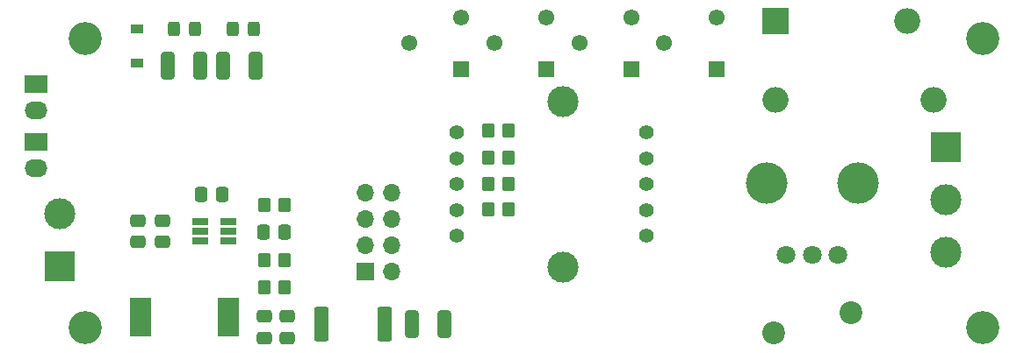
<source format=gbs>
G04 #@! TF.GenerationSoftware,KiCad,Pcbnew,(6.0.9)*
G04 #@! TF.CreationDate,2022-11-14T17:10:28+01:00*
G04 #@! TF.ProjectId,HeaterPSU,48656174-6572-4505-9355-2e6b69636164,rev?*
G04 #@! TF.SameCoordinates,Original*
G04 #@! TF.FileFunction,Soldermask,Bot*
G04 #@! TF.FilePolarity,Negative*
%FSLAX46Y46*%
G04 Gerber Fmt 4.6, Leading zero omitted, Abs format (unit mm)*
G04 Created by KiCad (PCBNEW (6.0.9)) date 2022-11-14 17:10:28*
%MOMM*%
%LPD*%
G01*
G04 APERTURE LIST*
G04 Aperture macros list*
%AMRoundRect*
0 Rectangle with rounded corners*
0 $1 Rounding radius*
0 $2 $3 $4 $5 $6 $7 $8 $9 X,Y pos of 4 corners*
0 Add a 4 corners polygon primitive as box body*
4,1,4,$2,$3,$4,$5,$6,$7,$8,$9,$2,$3,0*
0 Add four circle primitives for the rounded corners*
1,1,$1+$1,$2,$3*
1,1,$1+$1,$4,$5*
1,1,$1+$1,$6,$7*
1,1,$1+$1,$8,$9*
0 Add four rect primitives between the rounded corners*
20,1,$1+$1,$2,$3,$4,$5,0*
20,1,$1+$1,$4,$5,$6,$7,0*
20,1,$1+$1,$6,$7,$8,$9,0*
20,1,$1+$1,$8,$9,$2,$3,0*%
G04 Aperture macros list end*
%ADD10RoundRect,0.250000X-0.400000X-1.075000X0.400000X-1.075000X0.400000X1.075000X-0.400000X1.075000X0*%
%ADD11C,2.200000*%
%ADD12C,3.200000*%
%ADD13C,4.000000*%
%ADD14C,1.800000*%
%ADD15R,1.700000X1.700000*%
%ADD16O,1.700000X1.700000*%
%ADD17C,3.000000*%
%ADD18C,1.400000*%
%ADD19R,2.500000X2.500000*%
%ADD20O,2.500000X2.500000*%
%ADD21R,1.550000X1.550000*%
%ADD22C,1.550000*%
%ADD23RoundRect,0.250000X-0.350000X-0.450000X0.350000X-0.450000X0.350000X0.450000X-0.350000X0.450000X0*%
%ADD24R,2.000000X3.800000*%
%ADD25RoundRect,0.250000X-0.325000X-0.450000X0.325000X-0.450000X0.325000X0.450000X-0.325000X0.450000X0*%
%ADD26RoundRect,0.250000X0.400000X1.075000X-0.400000X1.075000X-0.400000X-1.075000X0.400000X-1.075000X0*%
%ADD27RoundRect,0.250000X-0.337500X-0.475000X0.337500X-0.475000X0.337500X0.475000X-0.337500X0.475000X0*%
%ADD28RoundRect,0.250000X0.475000X-0.337500X0.475000X0.337500X-0.475000X0.337500X-0.475000X-0.337500X0*%
%ADD29R,3.000000X3.000000*%
%ADD30O,2.200000X1.700000*%
%ADD31R,2.200000X1.700000*%
%ADD32R,1.560000X0.650000*%
%ADD33R,1.200000X0.900000*%
%ADD34RoundRect,0.249999X-0.450001X-1.425001X0.450001X-1.425001X0.450001X1.425001X-0.450001X1.425001X0*%
%ADD35RoundRect,0.250000X0.350000X0.450000X-0.350000X0.450000X-0.350000X-0.450000X0.350000X-0.450000X0*%
G04 APERTURE END LIST*
D10*
X96450000Y-76100000D03*
X99550000Y-76100000D03*
D11*
X131300000Y-77000000D03*
X138800000Y-75000000D03*
D12*
X151500000Y-48500000D03*
X65000000Y-76500000D03*
D13*
X130650000Y-62450000D03*
X139450000Y-62450000D03*
D14*
X137550000Y-69450000D03*
X135050000Y-69450000D03*
X132550000Y-69450000D03*
D15*
X92000000Y-71000000D03*
D16*
X94540000Y-71000000D03*
X92000000Y-68460000D03*
X94540000Y-68460000D03*
X92000000Y-65920000D03*
X94540000Y-65920000D03*
X92000000Y-63380000D03*
X94540000Y-63380000D03*
D12*
X65000000Y-48500000D03*
X151500000Y-76500000D03*
D17*
X111025000Y-70600000D03*
X111025000Y-54600000D03*
D18*
X119075000Y-67600000D03*
X119075000Y-65100000D03*
X119075000Y-62600000D03*
X119075000Y-60100000D03*
X119075000Y-57600000D03*
X100775000Y-57600000D03*
X100775000Y-60100000D03*
X100775000Y-62600000D03*
X100775000Y-65100000D03*
X100775000Y-67600000D03*
D19*
X131487719Y-46850000D03*
D20*
X131487719Y-54450000D03*
X144187719Y-46850000D03*
X146727719Y-54450000D03*
D21*
X109397239Y-51450000D03*
D22*
X104397239Y-48950000D03*
X109397239Y-46450000D03*
D23*
X82200000Y-72526000D03*
X84200000Y-72526000D03*
D24*
X70300000Y-75400000D03*
X78800000Y-75400000D03*
D23*
X82200000Y-64600000D03*
X84200000Y-64600000D03*
D25*
X79175000Y-47550000D03*
X81225000Y-47550000D03*
D26*
X76050000Y-51150000D03*
X72950000Y-51150000D03*
D27*
X82125000Y-67252000D03*
X84200000Y-67252000D03*
D23*
X103800000Y-65000000D03*
X105800000Y-65000000D03*
D28*
X82200000Y-77437500D03*
X82200000Y-75362500D03*
X84400000Y-77437500D03*
X84400000Y-75362500D03*
D29*
X147950000Y-58991500D03*
D17*
X147950000Y-64071500D03*
X147950000Y-69151500D03*
D30*
X60200000Y-55420000D03*
D31*
X60200000Y-52880000D03*
D32*
X78750000Y-68112500D03*
X78750000Y-67162500D03*
X78750000Y-66212500D03*
X76050000Y-66212500D03*
X76050000Y-67162500D03*
X76050000Y-68112500D03*
D26*
X81350000Y-51150000D03*
X78250000Y-51150000D03*
D27*
X76125000Y-63562500D03*
X78200000Y-63562500D03*
D21*
X117597239Y-51450000D03*
D22*
X112597239Y-48950000D03*
X117597239Y-46450000D03*
D23*
X103800000Y-60000000D03*
X105800000Y-60000000D03*
D21*
X125797239Y-51450000D03*
D22*
X120797239Y-48950000D03*
X125797239Y-46450000D03*
D28*
X70000000Y-68200000D03*
X70000000Y-66125000D03*
D31*
X60200000Y-58530000D03*
D30*
X60200000Y-61070000D03*
D25*
X73475000Y-47550000D03*
X75525000Y-47550000D03*
D21*
X101197239Y-51450000D03*
D22*
X96197239Y-48950000D03*
X101197239Y-46450000D03*
D23*
X103800000Y-62600000D03*
X105800000Y-62600000D03*
X103800000Y-57400000D03*
X105800000Y-57400000D03*
D28*
X72400000Y-68200000D03*
X72400000Y-66125000D03*
D33*
X69950000Y-47550000D03*
X69950000Y-50850000D03*
D34*
X87750000Y-76100000D03*
X93850000Y-76100000D03*
D35*
X84200000Y-69904000D03*
X82200000Y-69904000D03*
D29*
X62500000Y-70540000D03*
D17*
X62500000Y-65460000D03*
M02*

</source>
